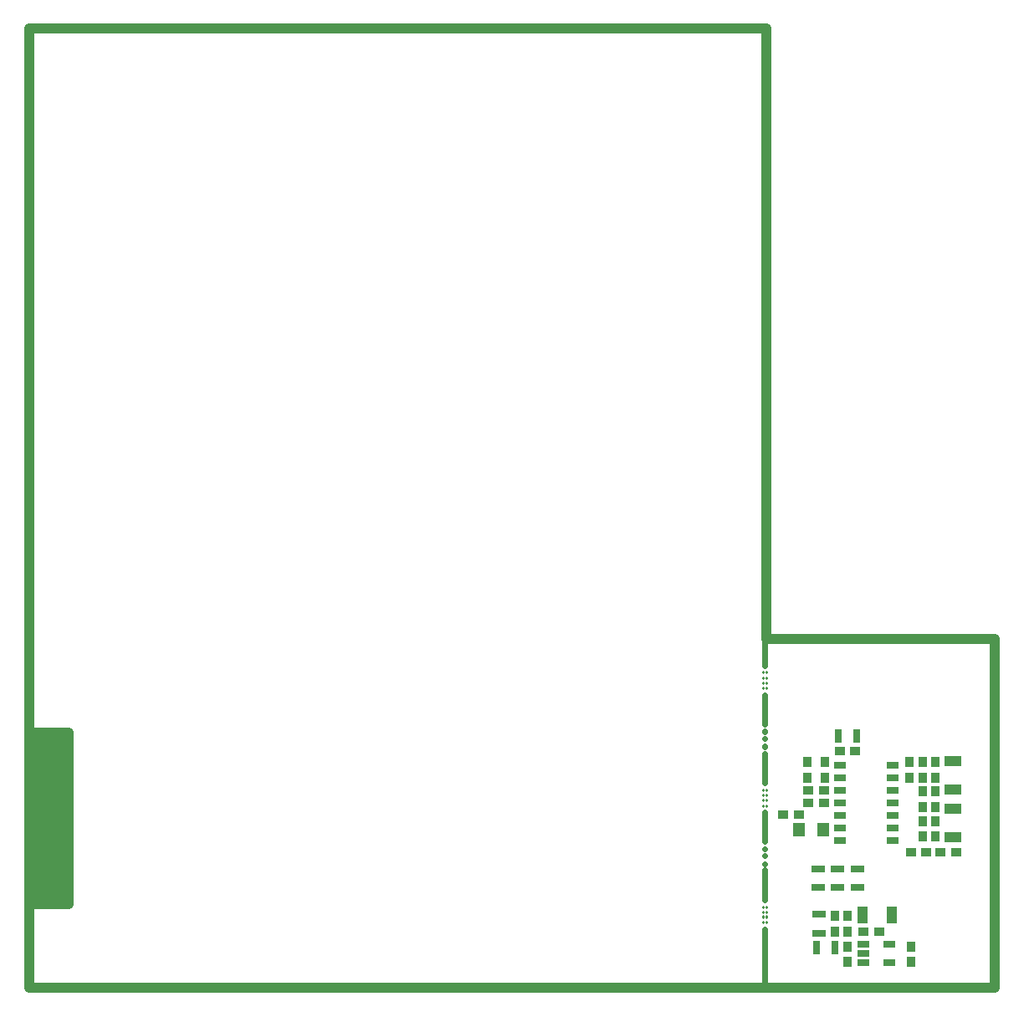
<source format=gbp>
G04*
G04 #@! TF.GenerationSoftware,Altium Limited,Altium Designer,20.0.13 (296)*
G04*
G04 Layer_Color=128*
%FSLAX25Y25*%
%MOIN*%
G70*
G01*
G75*
%ADD13C,0.00984*%
%ADD22C,0.03937*%
%ADD23C,0.02362*%
%ADD26R,0.04724X0.05315*%
%ADD27R,0.04194X0.03494*%
%ADD30R,0.03150X0.05512*%
%ADD31R,0.03494X0.04194*%
%ADD39R,0.05512X0.03150*%
%ADD174R,0.03937X0.06693*%
%ADD175R,0.04724X0.02756*%
%ADD176R,0.05039X0.02677*%
%ADD177R,0.06693X0.03937*%
D13*
X290335Y123603D02*
Y123996D01*
Y121437D02*
Y121831D01*
Y119469D02*
Y119863D01*
Y117500D02*
Y117894D01*
Y117500D02*
Y117894D01*
Y119469D02*
Y119863D01*
Y121437D02*
Y121831D01*
Y123603D02*
Y123996D01*
X291713Y117500D02*
Y117894D01*
Y119469D02*
Y119863D01*
Y121437D02*
Y121831D01*
Y123603D02*
Y123996D01*
X290335Y70493D02*
Y70886D01*
Y72658D02*
Y73052D01*
Y74626D02*
Y75020D01*
Y76595D02*
Y76989D01*
X291713Y70493D02*
Y70886D01*
Y72658D02*
Y73052D01*
Y74626D02*
Y75020D01*
Y76595D02*
Y76989D01*
Y76595D02*
Y76989D01*
Y74626D02*
Y75020D01*
Y72658D02*
Y73052D01*
Y70493D02*
Y70886D01*
Y24036D02*
Y24430D01*
Y26201D02*
Y26595D01*
Y28170D02*
Y28563D01*
Y30138D02*
Y30532D01*
Y30138D02*
Y30532D01*
Y28170D02*
Y28563D01*
Y26201D02*
Y26595D01*
Y24036D02*
Y24430D01*
X290335Y30138D02*
Y30532D01*
Y28170D02*
Y28563D01*
Y26201D02*
Y26595D01*
Y24036D02*
Y24430D01*
D22*
X5408Y32087D02*
Y99803D01*
X4921Y32087D02*
X5408D01*
X0Y31496D02*
Y99803D01*
X10827Y31890D02*
Y99803D01*
X11024D01*
X8071Y32087D02*
Y99606D01*
X8268D01*
X4921Y32087D02*
Y99803D01*
X5894D01*
X1772Y31693D02*
Y99803D01*
X1575D02*
X1772D01*
X-1969Y31496D02*
Y99803D01*
Y-1969D02*
Y31496D01*
X13583D01*
X-1969Y99803D02*
X13757D01*
X-1969D02*
Y380315D01*
X291732Y137205D02*
X382677D01*
Y-1969D02*
Y137205D01*
X-1969Y-1969D02*
X382677D01*
X-1969Y380315D02*
X291732D01*
Y137205D02*
Y380315D01*
X13583Y31496D02*
X13757Y31670D01*
Y99803D01*
X-1969Y-1969D02*
X-1575D01*
D23*
X291024Y126319D02*
Y136614D01*
Y103091D02*
Y114902D01*
Y79587D02*
Y91398D01*
Y56359D02*
Y68170D01*
Y33130D02*
Y44941D01*
Y-846D02*
Y21556D01*
X290984Y100217D02*
X291024Y100256D01*
X290984Y94233D02*
X291024Y94272D01*
X290945Y97343D02*
X290984Y97382D01*
X290945Y50611D02*
X290984Y50650D01*
Y47501D02*
X291024Y47540D01*
X290984Y53485D02*
X291024Y53524D01*
D26*
X314370Y61024D02*
D03*
X304528D02*
D03*
D27*
X330315Y20464D02*
D03*
X336615D02*
D03*
X298425Y66929D02*
D03*
X304725D02*
D03*
X308268Y71645D02*
D03*
X314568D02*
D03*
Y76763D02*
D03*
X308268D02*
D03*
X320866Y92511D02*
D03*
X327166D02*
D03*
X349212Y51968D02*
D03*
X355512D02*
D03*
X367426D02*
D03*
X361126D02*
D03*
D30*
X311614Y13968D02*
D03*
X319094D02*
D03*
X327756Y98417D02*
D03*
X320276D02*
D03*
D31*
X349213Y8267D02*
D03*
Y14567D02*
D03*
X324016Y14559D02*
D03*
Y8259D02*
D03*
X318898Y26763D02*
D03*
Y20463D02*
D03*
X324016Y26763D02*
D03*
Y20463D02*
D03*
X307874Y81881D02*
D03*
Y88181D02*
D03*
X314961D02*
D03*
Y81881D02*
D03*
X348819Y88181D02*
D03*
Y81881D02*
D03*
X353937Y88181D02*
D03*
Y81881D02*
D03*
X359055Y81881D02*
D03*
Y88181D02*
D03*
X353937Y76370D02*
D03*
Y70070D02*
D03*
X359055Y76370D02*
D03*
Y70070D02*
D03*
X353937Y64559D02*
D03*
Y58259D02*
D03*
X359055Y64559D02*
D03*
Y58259D02*
D03*
D39*
X312205Y37983D02*
D03*
Y45464D02*
D03*
X327953Y37983D02*
D03*
Y45464D02*
D03*
X320079Y37983D02*
D03*
Y45464D02*
D03*
X312598Y19873D02*
D03*
Y27354D02*
D03*
D174*
X330118Y27157D02*
D03*
X341535D02*
D03*
D175*
X340748Y15542D02*
D03*
Y8062D02*
D03*
X330511Y15542D02*
D03*
Y11802D02*
D03*
Y8062D02*
D03*
D176*
X321051Y56744D02*
D03*
Y61744D02*
D03*
Y66744D02*
D03*
Y71744D02*
D03*
Y76744D02*
D03*
Y81744D02*
D03*
Y86744D02*
D03*
X341996Y56744D02*
D03*
Y61744D02*
D03*
Y66744D02*
D03*
Y71744D02*
D03*
Y76744D02*
D03*
Y81744D02*
D03*
Y86744D02*
D03*
D177*
X366142Y69389D02*
D03*
Y57972D02*
D03*
Y88468D02*
D03*
Y77050D02*
D03*
M02*

</source>
